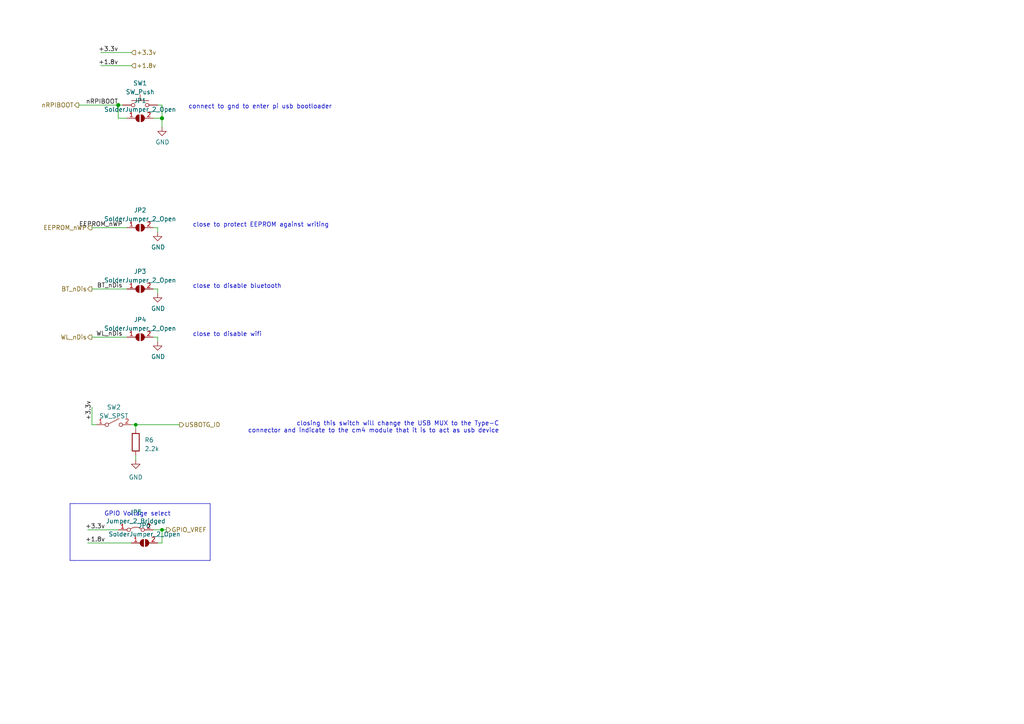
<source format=kicad_sch>
(kicad_sch (version 20210406) (generator eeschema)
  (paper "A4")
  (lib_symbols
    (symbol "Device:R" (pin_numbers hide) (pin_names (offset 0))
      (property "Reference" "R" (at 2.032 0 90))
      (property "Value" "R" (at 0 0 90))
      (symbol "R_0_1"
        (rectangle (start -1.016 -2.54) (end 1.016 2.54) (stroke (width 0.254)))
      )
      (symbol "R_1_1"
        (pin passive line (at 0 3.81 270) (length 1.27) (name "~") (number "1"))
        (pin passive line (at 0 -3.81 90) (length 1.27) (name "~") (number "2"))
      )
    )
    (symbol "Jumper:Jumper_2_Bridged" (pin_names (offset 0) hide)
      (property "Reference" "JP" (at 0 1.905 0))
      (property "Value" "Jumper_2_Bridged" (at 0 -2.54 0))
      (symbol "Jumper_2_Bridged_0_0"
        (circle (center -2.032 0) (radius 0.508))
        (circle (center 2.032 0) (radius 0.508))
      )
      (symbol "Jumper_2_Bridged_0_1"
        (arc (start -1.524 0.254) (end 1.524 0.254) (radius (at 0 -1.778) (length 2.54) (angles 126.9 53.1)))
      )
      (symbol "Jumper_2_Bridged_1_1"
        (pin passive line (at -5.08 0 0) (length 2.54) (name "A") (number "1"))
        (pin passive line (at 5.08 0 180) (length 2.54) (name "B") (number "2"))
      )
    )
    (symbol "Jumper:SolderJumper_2_Open" (pin_names (offset 0) hide)
      (property "Reference" "JP" (at 0 2.032 0))
      (property "Value" "SolderJumper_2_Open" (at 0 -2.54 0))
      (symbol "SolderJumper_2_Open_0_1"
        (arc (start -0.254 1.016) (end -0.254 -1.016) (radius (at -0.254 0) (length 1.016) (angles 90.1 -90.1)))
        (arc (start 0.254 -1.016) (end 0.254 1.016) (radius (at 0.254 0) (length 1.016) (angles -89.9 89.9)))
        (arc (start -0.254 1.016) (end -0.254 -1.016) (radius (at -0.254 0) (length 1.016) (angles 90.1 -90.1)) (fill (type outline)))
        (arc (start 0.254 -1.016) (end 0.254 1.016) (radius (at 0.254 0) (length 1.016) (angles -89.9 89.9)) (fill (type outline)))
        (polyline (pts (xy -0.254 1.016) (xy -0.254 -1.016)))
        (polyline (pts (xy 0.254 1.016) (xy 0.254 -1.016)))
      )
      (symbol "SolderJumper_2_Open_1_1"
        (pin passive line (at -3.81 0 0) (length 2.54) (name "A") (number "1"))
        (pin passive line (at 3.81 0 180) (length 2.54) (name "B") (number "2"))
      )
    )
    (symbol "Switch:SW_Push" (pin_numbers hide) (pin_names (offset 1.016) hide)
      (property "Reference" "SW" (at 1.27 2.54 0))
      (property "Value" "SW_Push" (at 0 -1.524 0))
      (symbol "SW_Push_0_1"
        (circle (center -2.032 0) (radius 0.508))
        (circle (center 2.032 0) (radius 0.508))
        (polyline (pts (xy 0 1.27) (xy 0 3.048)))
        (polyline (pts (xy 2.54 1.27) (xy -2.54 1.27)))
        (pin passive line (at -5.08 0 0) (length 2.54) (name "1") (number "1"))
        (pin passive line (at 5.08 0 180) (length 2.54) (name "2") (number "2"))
      )
    )
    (symbol "Switch:SW_SPST" (pin_names (offset 0) hide)
      (property "Reference" "SW" (at 0 3.175 0))
      (property "Value" "SW_SPST" (at 0 -2.54 0))
      (symbol "SW_SPST_0_0"
        (circle (center -2.032 0) (radius 0.508))
        (circle (center 2.032 0) (radius 0.508))
        (polyline (pts (xy -1.524 0.254) (xy 1.524 1.778)))
      )
      (symbol "SW_SPST_1_1"
        (pin passive line (at -5.08 0 0) (length 2.54) (name "A") (number "1"))
        (pin passive line (at 5.08 0 180) (length 2.54) (name "B") (number "2"))
      )
    )
    (symbol "power:GND" (power) (pin_names (offset 0))
      (property "Value" "GND" (at 0 -3.81 0))
      (symbol "GND_0_1"
        (polyline (pts (xy 0 0) (xy 0 -1.27) (xy 1.27 -1.27) (xy 0 -2.54) (xy -1.27 -1.27) (xy 0 -1.27)))
      )
      (symbol "GND_1_1"
        (pin power_in line (at 0 0 270) (length 0) hide (name "GND") (number "1"))
      )
    )
  )
  (junction (at 34.29 30.48) (diameter 1.016))
  (junction (at 39.37 123.19) (diameter 0.9144))
  (junction (at 46.99 34.29) (diameter 1.016))
  (junction (at 46.99 153.67) (diameter 0.9144))
  (wire (pts (xy 22.86 30.48) (xy 34.29 30.48)))
  (wire (pts (xy 25.4 153.67) (xy 34.29 153.67)))
  (wire (pts (xy 25.4 157.48) (xy 38.1 157.48)))
  (wire (pts (xy 26.67 66.04) (xy 36.83 66.04)))
  (wire (pts (xy 26.67 83.82) (xy 36.83 83.82)))
  (wire (pts (xy 26.67 97.79) (xy 36.83 97.79)))
  (wire (pts (xy 26.67 118.11) (xy 26.67 123.19)))
  (wire (pts (xy 27.94 123.19) (xy 26.67 123.19)))
  (wire (pts (xy 29.21 15.24) (xy 38.1 15.24)))
  (wire (pts (xy 29.21 19.05) (xy 38.1 19.05)))
  (wire (pts (xy 34.29 30.48) (xy 34.29 34.29)))
  (wire (pts (xy 34.29 30.48) (xy 35.56 30.48)))
  (wire (pts (xy 34.29 34.29) (xy 36.83 34.29)))
  (wire (pts (xy 38.1 123.19) (xy 39.37 123.19)))
  (wire (pts (xy 39.37 123.19) (xy 39.37 124.46)))
  (wire (pts (xy 39.37 123.19) (xy 52.07 123.19)))
  (wire (pts (xy 39.37 132.08) (xy 39.37 133.35)))
  (wire (pts (xy 44.45 34.29) (xy 46.99 34.29)))
  (wire (pts (xy 44.45 66.04) (xy 45.72 66.04)))
  (wire (pts (xy 44.45 83.82) (xy 45.72 83.82)))
  (wire (pts (xy 44.45 97.79) (xy 45.72 97.79)))
  (wire (pts (xy 44.45 153.67) (xy 46.99 153.67)))
  (wire (pts (xy 45.72 30.48) (xy 46.99 30.48)))
  (wire (pts (xy 45.72 66.04) (xy 45.72 67.31)))
  (wire (pts (xy 45.72 83.82) (xy 45.72 85.09)))
  (wire (pts (xy 45.72 97.79) (xy 45.72 99.06)))
  (wire (pts (xy 45.72 157.48) (xy 46.99 157.48)))
  (wire (pts (xy 46.99 30.48) (xy 46.99 34.29)))
  (wire (pts (xy 46.99 34.29) (xy 46.99 36.83)))
  (wire (pts (xy 46.99 153.67) (xy 46.99 157.48)))
  (wire (pts (xy 46.99 153.67) (xy 48.26 153.67)))
  (polyline (pts (xy 20.32 162.56) (xy 20.32 146.05)) (stroke (width 0) (type solid)))
  (polyline (pts (xy 20.32 162.56) (xy 21.59 162.56)) (stroke (width 0) (type solid)))
  (polyline (pts (xy 21.59 146.05) (xy 20.32 146.05)) (stroke (width 0) (type solid)))
  (polyline (pts (xy 21.59 146.05) (xy 60.96 146.05)) (stroke (width 0) (type solid)))
  (polyline (pts (xy 60.96 146.05) (xy 60.96 162.56)) (stroke (width 0) (type solid)))
  (polyline (pts (xy 60.96 162.56) (xy 21.59 162.56)) (stroke (width 0) (type solid)))
  (text "GPIO Voltage select\n" (at 49.53 149.86 180) (effects (font (size 1.27 1.27)) (justify right bottom)))
  (text "connect to gnd to enter pi usb bootloader" (at 54.61 31.75 0) (effects (font (size 1.27 1.27)) (justify left bottom)))
  (text "close to protect EEPROM against writing" (at 55.88 66.04 0) (effects (font (size 1.27 1.27)) (justify left bottom)))
  (text "close to disable bluetooth" (at 55.88 83.82 0) (effects (font (size 1.27 1.27)) (justify left bottom)))
  (text "close to disable wifi" (at 55.88 97.79 0) (effects (font (size 1.27 1.27)) (justify left bottom)))
  (text "closing this switch will change the USB MUX to the Type-C\nconnector and indicate to the cm4 module that it is to act as usb device" (at 144.78 125.73 0) (effects (font (size 1.27 1.27)) (justify right bottom)))
  (label "+3.3v" (at 26.67 121.92 90))
  (label "+3.3v" (at 30.48 153.67 180))
  (label "+1.8v" (at 30.48 157.48 180))
  (label "+3.3v" (at 34.29 15.24 180))
  (label "+1.8v" (at 34.29 19.05 180))
  (label "nRPIBOOT" (at 34.29 30.48 180))
  (label "EEPROM_nWP" (at 35.56 66.04 180))
  (label "BT_nDis" (at 35.56 83.82 180))
  (label "WL_nDis" (at 35.56 97.79 180))
  (hierarchical_label "nRPIBOOT" (shape output) (at 22.86 30.48 180))
  (hierarchical_label "EEPROM_nWP" (shape output) (at 26.67 66.04 180))
  (hierarchical_label "BT_nDis" (shape output) (at 26.67 83.82 180))
  (hierarchical_label "WL_nDis" (shape output) (at 26.67 97.79 180))
  (hierarchical_label "+3.3v" (shape input) (at 38.1 15.24 0))
  (hierarchical_label "+1.8v" (shape input) (at 38.1 19.05 0))
  (hierarchical_label "GPIO_VREF" (shape output) (at 48.26 153.67 0))
  (hierarchical_label "USBOTG_ID" (shape output) (at 52.07 123.19 0))
  (symbol (lib_id "power:GND") (at 39.37 133.35 0) (unit 1)
    (property "Reference" "#PWR059" (effects hide))
    (property "Value" "GND" (at 39.37 138.43 0))
  )
  (symbol (lib_id "power:GND") (at 45.72 67.31 0) (unit 1)
    (property "Reference" "#PWR056" (effects hide))
    (property "Value" "GND" (at 45.847 71.7042 0))
  )
  (symbol (lib_id "power:GND") (at 45.72 85.09 0) (unit 1)
    (property "Reference" "#PWR057" (effects hide))
    (property "Value" "GND" (at 45.847 89.4842 0))
  )
  (symbol (lib_id "power:GND") (at 45.72 99.06 0) (unit 1)
    (property "Reference" "#PWR058" (effects hide))
    (property "Value" "GND" (at 45.847 103.4542 0))
  )
  (symbol (lib_id "power:GND") (at 46.99 36.83 0) (unit 1)
    (property "Reference" "#PWR055" (effects hide))
    (property "Value" "GND" (at 47.117 41.2242 0))
  )
  (symbol (lib_id "Jumper:Jumper_2_Bridged") (at 39.37 153.67 0) (unit 1)
    (property "Reference" "JP5" (at 39.37 148.59 0))
    (property "Value" "Jumper_2_Bridged" (at 39.37 151.13 0))
    (property "Footprint" "Jumper:SolderJumper-2_P1.3mm_Bridged_Pad1.0x1.5mm" (effects hide))
  )
  (symbol (lib_id "Jumper:SolderJumper_2_Open") (at 40.64 34.29 0) (unit 1)
    (property "Reference" "JP1" (at 40.64 29.21 0))
    (property "Value" "SolderJumper_2_Open" (at 40.64 31.75 0))
    (property "Footprint" "Jumper:SolderJumper-2_P1.3mm_Open_TrianglePad1.0x1.5mm" (effects hide))
  )
  (symbol (lib_id "Jumper:SolderJumper_2_Open") (at 40.64 66.04 0) (unit 1)
    (property "Reference" "JP2" (at 40.64 60.96 0))
    (property "Value" "SolderJumper_2_Open" (at 40.64 63.5 0))
    (property "Footprint" "Jumper:SolderJumper-2_P1.3mm_Open_TrianglePad1.0x1.5mm" (effects hide))
  )
  (symbol (lib_id "Jumper:SolderJumper_2_Open") (at 40.64 83.82 0) (unit 1)
    (property "Reference" "JP3" (at 40.64 78.74 0))
    (property "Value" "SolderJumper_2_Open" (at 40.64 81.28 0))
    (property "Footprint" "Jumper:SolderJumper-2_P1.3mm_Open_TrianglePad1.0x1.5mm" (effects hide))
  )
  (symbol (lib_id "Jumper:SolderJumper_2_Open") (at 40.64 97.79 0) (unit 1)
    (property "Reference" "JP4" (at 40.64 92.71 0))
    (property "Value" "SolderJumper_2_Open" (at 40.64 95.25 0))
    (property "Footprint" "Jumper:SolderJumper-2_P1.3mm_Open_TrianglePad1.0x1.5mm" (effects hide))
  )
  (symbol (lib_id "Jumper:SolderJumper_2_Open") (at 41.91 157.48 0) (unit 1)
    (property "Reference" "JP6" (at 41.91 152.4 0))
    (property "Value" "SolderJumper_2_Open" (at 41.91 154.94 0))
    (property "Footprint" "Jumper:SolderJumper-2_P1.3mm_Open_TrianglePad1.0x1.5mm" (effects hide))
  )
  (symbol (lib_id "Device:R") (at 39.37 128.27 0) (unit 1)
    (property "Reference" "R6" (at 41.91 127.6349 0) (effects (justify left)))
    (property "Value" "2.2k" (at 41.91 130.1749 0) (effects (justify left)))
    (property "Footprint" "Resistor_SMD:R_0603_1608Metric" (effects hide))
  )
  (symbol (lib_id "Switch:SW_SPST") (at 33.02 123.19 0) (unit 1)
    (property "Reference" "SW2" (at 33.02 118.11 0))
    (property "Value" "SW_SPST" (at 33.02 120.65 0))
    (property "Footprint" "cm4crypto:cus-12b" (effects hide))
  )
  (symbol (lib_id "Switch:SW_Push") (at 40.64 30.48 0) (unit 1)
    (property "Reference" "SW1" (at 40.64 24.13 0))
    (property "Value" "SW_Push" (at 40.64 26.67 0))
    (property "Footprint" "cm4crypto:EVQ-P7C01P" (effects hide))
  )
)
</source>
